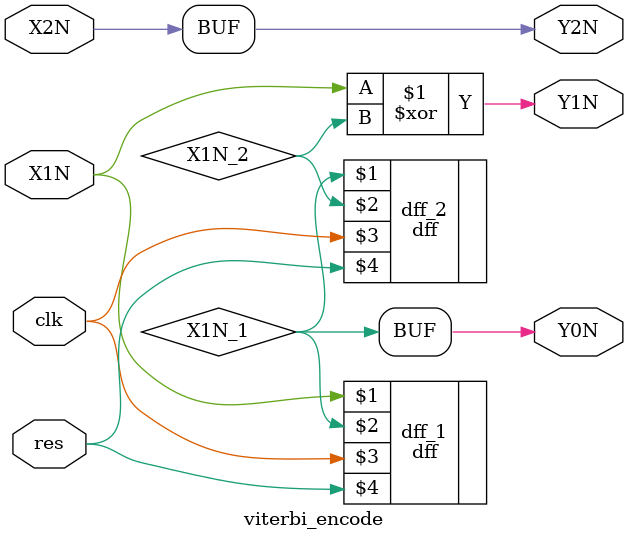
<source format=v>
`timescale 1ns / 1ps
module viterbi_encode(X2N, X1N, Y2N, Y1N, Y0N, clk, res);
    input X2N;
    input X1N;
    output Y2N;
    output Y1N;
    output Y0N;
    input clk;
    input res;
	 wire X1N_1, X2N_2, Y2N, Y1N, Y0N;
	 dff dff_1(X1N,X1N_1,clk,res); 
	 dff dff_2(X1N_1,X1N_2,clk,res);
	 assign Y2N=X2N; 
	 assign Y1N=X1N ^ X1N_2; 
	 assign Y0N=X1N_1;


endmodule

</source>
